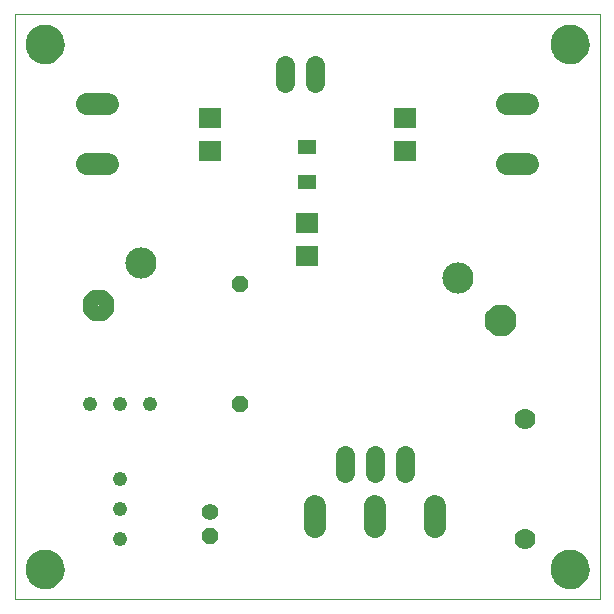
<source format=gts>
G75*
%MOIN*%
%OFA0B0*%
%FSLAX24Y24*%
%IPPOS*%
%LPD*%
%AMOC8*
5,1,8,0,0,1.08239X$1,22.5*
%
%ADD10C,0.0000*%
%ADD11C,0.1300*%
%ADD12C,0.0700*%
%ADD13R,0.0749X0.0670*%
%ADD14OC8,0.0560*%
%ADD15C,0.0560*%
%ADD16C,0.0480*%
%ADD17C,0.1040*%
%ADD18C,0.0208*%
%ADD19C,0.0640*%
%ADD20C,0.0745*%
%ADD21R,0.0750X0.0670*%
%ADD22R,0.0591X0.0512*%
D10*
X000100Y000100D02*
X000100Y019600D01*
X019600Y019600D01*
X019600Y000100D01*
X000100Y000100D01*
X000470Y001100D02*
X000472Y001150D01*
X000478Y001200D01*
X000488Y001249D01*
X000502Y001297D01*
X000519Y001344D01*
X000540Y001389D01*
X000565Y001433D01*
X000593Y001474D01*
X000625Y001513D01*
X000659Y001550D01*
X000696Y001584D01*
X000736Y001614D01*
X000778Y001641D01*
X000822Y001665D01*
X000868Y001686D01*
X000915Y001702D01*
X000963Y001715D01*
X001013Y001724D01*
X001062Y001729D01*
X001113Y001730D01*
X001163Y001727D01*
X001212Y001720D01*
X001261Y001709D01*
X001309Y001694D01*
X001355Y001676D01*
X001400Y001654D01*
X001443Y001628D01*
X001484Y001599D01*
X001523Y001567D01*
X001559Y001532D01*
X001591Y001494D01*
X001621Y001454D01*
X001648Y001411D01*
X001671Y001367D01*
X001690Y001321D01*
X001706Y001273D01*
X001718Y001224D01*
X001726Y001175D01*
X001730Y001125D01*
X001730Y001075D01*
X001726Y001025D01*
X001718Y000976D01*
X001706Y000927D01*
X001690Y000879D01*
X001671Y000833D01*
X001648Y000789D01*
X001621Y000746D01*
X001591Y000706D01*
X001559Y000668D01*
X001523Y000633D01*
X001484Y000601D01*
X001443Y000572D01*
X001400Y000546D01*
X001355Y000524D01*
X001309Y000506D01*
X001261Y000491D01*
X001212Y000480D01*
X001163Y000473D01*
X001113Y000470D01*
X001062Y000471D01*
X001013Y000476D01*
X000963Y000485D01*
X000915Y000498D01*
X000868Y000514D01*
X000822Y000535D01*
X000778Y000559D01*
X000736Y000586D01*
X000696Y000616D01*
X000659Y000650D01*
X000625Y000687D01*
X000593Y000726D01*
X000565Y000767D01*
X000540Y000811D01*
X000519Y000856D01*
X000502Y000903D01*
X000488Y000951D01*
X000478Y001000D01*
X000472Y001050D01*
X000470Y001100D01*
X000470Y018600D02*
X000472Y018650D01*
X000478Y018700D01*
X000488Y018749D01*
X000502Y018797D01*
X000519Y018844D01*
X000540Y018889D01*
X000565Y018933D01*
X000593Y018974D01*
X000625Y019013D01*
X000659Y019050D01*
X000696Y019084D01*
X000736Y019114D01*
X000778Y019141D01*
X000822Y019165D01*
X000868Y019186D01*
X000915Y019202D01*
X000963Y019215D01*
X001013Y019224D01*
X001062Y019229D01*
X001113Y019230D01*
X001163Y019227D01*
X001212Y019220D01*
X001261Y019209D01*
X001309Y019194D01*
X001355Y019176D01*
X001400Y019154D01*
X001443Y019128D01*
X001484Y019099D01*
X001523Y019067D01*
X001559Y019032D01*
X001591Y018994D01*
X001621Y018954D01*
X001648Y018911D01*
X001671Y018867D01*
X001690Y018821D01*
X001706Y018773D01*
X001718Y018724D01*
X001726Y018675D01*
X001730Y018625D01*
X001730Y018575D01*
X001726Y018525D01*
X001718Y018476D01*
X001706Y018427D01*
X001690Y018379D01*
X001671Y018333D01*
X001648Y018289D01*
X001621Y018246D01*
X001591Y018206D01*
X001559Y018168D01*
X001523Y018133D01*
X001484Y018101D01*
X001443Y018072D01*
X001400Y018046D01*
X001355Y018024D01*
X001309Y018006D01*
X001261Y017991D01*
X001212Y017980D01*
X001163Y017973D01*
X001113Y017970D01*
X001062Y017971D01*
X001013Y017976D01*
X000963Y017985D01*
X000915Y017998D01*
X000868Y018014D01*
X000822Y018035D01*
X000778Y018059D01*
X000736Y018086D01*
X000696Y018116D01*
X000659Y018150D01*
X000625Y018187D01*
X000593Y018226D01*
X000565Y018267D01*
X000540Y018311D01*
X000519Y018356D01*
X000502Y018403D01*
X000488Y018451D01*
X000478Y018500D01*
X000472Y018550D01*
X000470Y018600D01*
X017970Y018600D02*
X017972Y018650D01*
X017978Y018700D01*
X017988Y018749D01*
X018002Y018797D01*
X018019Y018844D01*
X018040Y018889D01*
X018065Y018933D01*
X018093Y018974D01*
X018125Y019013D01*
X018159Y019050D01*
X018196Y019084D01*
X018236Y019114D01*
X018278Y019141D01*
X018322Y019165D01*
X018368Y019186D01*
X018415Y019202D01*
X018463Y019215D01*
X018513Y019224D01*
X018562Y019229D01*
X018613Y019230D01*
X018663Y019227D01*
X018712Y019220D01*
X018761Y019209D01*
X018809Y019194D01*
X018855Y019176D01*
X018900Y019154D01*
X018943Y019128D01*
X018984Y019099D01*
X019023Y019067D01*
X019059Y019032D01*
X019091Y018994D01*
X019121Y018954D01*
X019148Y018911D01*
X019171Y018867D01*
X019190Y018821D01*
X019206Y018773D01*
X019218Y018724D01*
X019226Y018675D01*
X019230Y018625D01*
X019230Y018575D01*
X019226Y018525D01*
X019218Y018476D01*
X019206Y018427D01*
X019190Y018379D01*
X019171Y018333D01*
X019148Y018289D01*
X019121Y018246D01*
X019091Y018206D01*
X019059Y018168D01*
X019023Y018133D01*
X018984Y018101D01*
X018943Y018072D01*
X018900Y018046D01*
X018855Y018024D01*
X018809Y018006D01*
X018761Y017991D01*
X018712Y017980D01*
X018663Y017973D01*
X018613Y017970D01*
X018562Y017971D01*
X018513Y017976D01*
X018463Y017985D01*
X018415Y017998D01*
X018368Y018014D01*
X018322Y018035D01*
X018278Y018059D01*
X018236Y018086D01*
X018196Y018116D01*
X018159Y018150D01*
X018125Y018187D01*
X018093Y018226D01*
X018065Y018267D01*
X018040Y018311D01*
X018019Y018356D01*
X018002Y018403D01*
X017988Y018451D01*
X017978Y018500D01*
X017972Y018550D01*
X017970Y018600D01*
X017970Y001100D02*
X017972Y001150D01*
X017978Y001200D01*
X017988Y001249D01*
X018002Y001297D01*
X018019Y001344D01*
X018040Y001389D01*
X018065Y001433D01*
X018093Y001474D01*
X018125Y001513D01*
X018159Y001550D01*
X018196Y001584D01*
X018236Y001614D01*
X018278Y001641D01*
X018322Y001665D01*
X018368Y001686D01*
X018415Y001702D01*
X018463Y001715D01*
X018513Y001724D01*
X018562Y001729D01*
X018613Y001730D01*
X018663Y001727D01*
X018712Y001720D01*
X018761Y001709D01*
X018809Y001694D01*
X018855Y001676D01*
X018900Y001654D01*
X018943Y001628D01*
X018984Y001599D01*
X019023Y001567D01*
X019059Y001532D01*
X019091Y001494D01*
X019121Y001454D01*
X019148Y001411D01*
X019171Y001367D01*
X019190Y001321D01*
X019206Y001273D01*
X019218Y001224D01*
X019226Y001175D01*
X019230Y001125D01*
X019230Y001075D01*
X019226Y001025D01*
X019218Y000976D01*
X019206Y000927D01*
X019190Y000879D01*
X019171Y000833D01*
X019148Y000789D01*
X019121Y000746D01*
X019091Y000706D01*
X019059Y000668D01*
X019023Y000633D01*
X018984Y000601D01*
X018943Y000572D01*
X018900Y000546D01*
X018855Y000524D01*
X018809Y000506D01*
X018761Y000491D01*
X018712Y000480D01*
X018663Y000473D01*
X018613Y000470D01*
X018562Y000471D01*
X018513Y000476D01*
X018463Y000485D01*
X018415Y000498D01*
X018368Y000514D01*
X018322Y000535D01*
X018278Y000559D01*
X018236Y000586D01*
X018196Y000616D01*
X018159Y000650D01*
X018125Y000687D01*
X018093Y000726D01*
X018065Y000767D01*
X018040Y000811D01*
X018019Y000856D01*
X018002Y000903D01*
X017988Y000951D01*
X017978Y001000D01*
X017972Y001050D01*
X017970Y001100D01*
D11*
X018600Y001100D03*
X018600Y018600D03*
X001100Y018600D03*
X001100Y001100D03*
D12*
X017100Y002100D03*
X017100Y006100D03*
D13*
X013100Y015049D03*
X013100Y016151D03*
X006600Y016151D03*
X006600Y015049D03*
D14*
X007600Y010600D03*
X007600Y006600D03*
X006600Y002200D03*
D15*
X006600Y003000D03*
D16*
X003600Y003100D03*
X003600Y002100D03*
X003600Y004100D03*
X003600Y006600D03*
X002600Y006600D03*
X004600Y006600D03*
D17*
X004307Y011307D03*
X014893Y010807D03*
D18*
X016375Y009082D02*
X016479Y008978D01*
X016135Y008978D01*
X015892Y009221D01*
X015892Y009565D01*
X016135Y009808D01*
X016479Y009808D01*
X016722Y009565D01*
X016722Y009221D01*
X016479Y008978D01*
X016415Y009134D01*
X016199Y009134D01*
X016048Y009285D01*
X016048Y009501D01*
X016199Y009652D01*
X016415Y009652D01*
X016566Y009501D01*
X016566Y009285D01*
X016415Y009134D01*
X016350Y009290D01*
X016264Y009290D01*
X016204Y009350D01*
X016204Y009436D01*
X016264Y009496D01*
X016350Y009496D01*
X016410Y009436D01*
X016410Y009350D01*
X016350Y009290D01*
X002582Y009825D02*
X002478Y009721D01*
X002478Y010065D01*
X002721Y010308D01*
X003065Y010308D01*
X003308Y010065D01*
X003308Y009721D01*
X003065Y009478D01*
X002721Y009478D01*
X002478Y009721D01*
X002634Y009785D01*
X002634Y010001D01*
X002785Y010152D01*
X003001Y010152D01*
X003152Y010001D01*
X003152Y009785D01*
X003001Y009634D01*
X002785Y009634D01*
X002634Y009785D01*
X002790Y009850D01*
X002790Y009936D01*
X002850Y009996D01*
X002936Y009996D01*
X002996Y009936D01*
X002996Y009850D01*
X002936Y009790D01*
X002850Y009790D01*
X002790Y009850D01*
D19*
X009100Y017300D02*
X009100Y017900D01*
X010100Y017900D02*
X010100Y017300D01*
X011100Y004900D02*
X011100Y004300D01*
X012100Y004300D02*
X012100Y004900D01*
X013100Y004900D02*
X013100Y004300D01*
D20*
X012100Y003203D02*
X012100Y002498D01*
X010100Y002498D02*
X010100Y003203D01*
X014100Y003203D02*
X014100Y002498D01*
X016498Y014600D02*
X017203Y014600D01*
X017203Y016600D02*
X016498Y016600D01*
X003203Y016600D02*
X002498Y016600D01*
X002498Y014600D02*
X003203Y014600D01*
D21*
X009850Y012660D03*
X009850Y011540D03*
D22*
X009850Y014009D03*
X009850Y015191D03*
M02*

</source>
